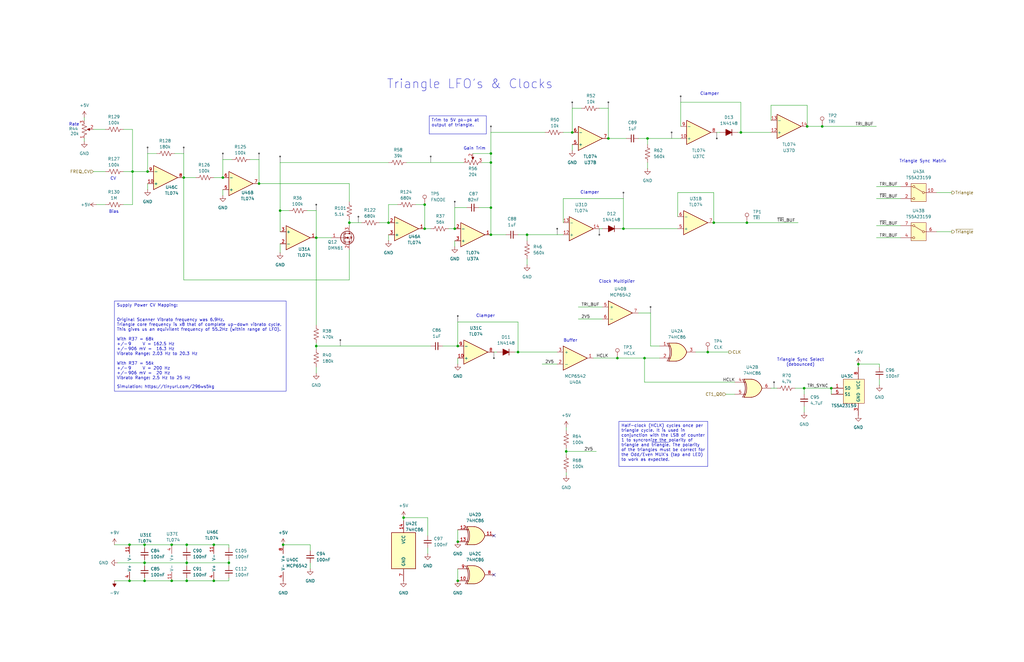
<source format=kicad_sch>
(kicad_sch (version 20250114) (generator "eeschema") (generator_version "9.0")
  (paper "USLedger")
  (title_block (title "Solid State Scanner Vibrato") (date "2024-10-27") (company "Osprey Instruments"))
  (text "Triangle LFO's & Clocks" (at 198.12 35.56 0) (effects (font (size 3.81 3.81))))
  (text "Clamper" (at 248.666 81.28 0) (effects (font (size 1.27 1.27))))
  (text "Triangle Sync Select\n(debounced)" (at 337.566 152.908 0) (effects (font (size 1.27 1.27))))
  (text "Clamper" (at 299.212 39.624 0) (effects (font (size 1.27 1.27))))
  (text "Triangle Sync Matrix" (at 389.128 68.072 0) (effects (font (size 1.27 1.27))))
  (text "Buffer" (at 240.538 143.764 0) (effects (font (size 1.27 1.27))))
  (text "Bias" (at 48.006 89.408 0) (effects (font (size 1.27 1.27))))
  (text "Gain Trim\n" (at 200.152 62.738 0) (effects (font (size 1.27 1.27))))
  (text "Clamper" (at 204.724 133.35 0) (effects (font (size 1.27 1.27))))
  (text "Clock Multiplier" (at 260.096 118.872 0) (effects (font (size 1.27 1.27))))
  (text "Simulation: https://tinyurl.com/296ws5kg" (at 69.85 163.322 0) (effects (font (size 1.27 1.27))))
  (text "Rate" (at 31.242 52.578 0) (effects (font (size 1.27 1.27))))
  (text "CV" (at 47.752 75.438 0) (effects (font (size 1.27 1.27))))
  (text_box "Half-clock (HCLK) cycles once per triangle cycle. It is used in conjunction with the LSB of counter 1 to syncronize the polarity of triangle and ~{triangle}. The polarity of the triangles must be correct for the Odd/Even MUX's (tap and LED) to work as expected." (at 260.985 177.8 0) (size 37.465 19.05) (margins 0.9525 0.9525 0.9525 0.9525) (effects (font (size 1.27 1.27)) (justify left top)))
  (text_box "Trim to 5V pk-pk at output of triangle." (at 180.975 48.895 0) (size 24.13 7.62) (margins 0.9525 0.9525 0.9525 0.9525) (effects (font (size 1.27 1.27)) (justify left top)))
  (text_box "Supply Power CV Mapping:\n\n\nOriginal Scanner Vibrato frequency was 6.9Hz.\nTriangle core frequency is x8 that of complete up-down vibrato cycle.\nThis gives us an equivilent frequency of 55.2Hz (within range of LFO).\n\nWith R37 = 68k\n+/-	9	 V = 162.5 Hz\n+/-	906 mV =  16.3 Hz\nVibrato Range: 2.03 Hz to 20.3 Hz\n\nWith R37 = 56k\n+/-	9	 V = 200 Hz\n+/-	906 mV =  20 Hz\nVibrato Range: 2.5 Hz to 25 Hz" (at 48.26 127 0) (size 72.39 38.1) (margins 0.9525 0.9525 0.9525 0.9525) (effects (font (size 1.27 1.27)) (justify left top)))
  (junction (at 96.52 237.49))
  (junction (at 72.39 245.11))
  (junction (at 119.38 229.87))
  (junction (at 207.01 99.06))
  (junction (at 90.17 245.11))
  (junction (at 340.36 53.34))
  (junction (at 179.07 86.36))
  (junction (at 300.99 93.98))
  (junction (at 147.32 93.98))
  (junction (at 218.44 148.59))
  (junction (at 241.3 55.88))
  (junction (at 238.76 190.5))
  (junction (at 339.09 163.83))
  (junction (at 72.39 229.87))
  (junction (at 207.01 68.58))
  (junction (at 361.95 153.67))
  (junction (at 207.01 64.77))
  (junction (at 273.05 58.42))
  (junction (at 62.23 72.39))
  (junction (at 133.35 100.33))
  (junction (at 260.35 151.13))
  (junction (at 350.52 163.83))
  (junction (at 262.89 96.52))
  (junction (at 222.25 99.06))
  (junction (at 93.98 74.93))
  (junction (at 90.17 229.87))
  (junction (at 78.74 229.87))
  (junction (at 55.88 72.39))
  (junction (at 109.22 77.47))
  (junction (at 193.04 245.11))
  (junction (at 312.42 55.88))
  (junction (at 60.96 229.87))
  (junction (at 78.74 245.11))
  (junction (at 271.78 151.13))
  (junction (at 179.07 96.52))
  (junction (at 191.77 96.52))
  (junction (at 170.18 218.44))
  (junction (at 207.01 87.63))
  (junction (at 193.04 228.6))
  (junction (at 298.45 148.59))
  (junction (at 314.96 93.98))
  (junction (at 133.35 146.05))
  (junction (at 54.61 245.11))
  (junction (at 60.96 245.11))
  (junction (at 77.47 74.93))
  (junction (at 256.54 58.42))
  (junction (at 163.83 93.98))
  (junction (at 118.11 88.9))
  (junction (at 346.71 53.34))
  (junction (at 54.61 229.87))
  (junction (at 193.04 146.05))
  (junction (at 78.74 237.49))
  (junction (at 60.96 237.49))
  (no_connect (at 208.28 242.57))
  (no_connect (at 208.28 226.06))
  (wire (pts (xy 262.89 83.82) (xy 262.89 96.52)))
  (wire (pts (xy 133.35 88.9) (xy 133.35 100.33)))
  (wire (pts (xy 350.52 163.83) (xy 350.52 166.37)))
  (wire (pts (xy 78.74 245.11) (xy 90.17 245.11)))
  (wire (pts (xy 325.12 163.83) (xy 327.66 163.83)))
  (wire (pts (xy 222.25 109.22) (xy 222.25 111.76)))
  (wire (pts (xy 35.56 58.42) (xy 35.56 59.69)))
  (wire (pts (xy 252.73 96.52) (xy 254 96.52)))
  (wire (pts (xy 207.01 68.58) (xy 207.01 87.63)))
  (wire (pts (xy 207.01 55.88) (xy 207.01 64.77)))
  (wire (pts (xy 340.36 44.45) (xy 340.36 53.34)))
  (wire (pts (xy 269.24 132.08) (xy 274.32 132.08)))
  (wire (pts (xy 170.18 218.44) (xy 170.18 219.71)))
  (wire (pts (xy 361.95 153.67) (xy 361.95 154.94)))
  (wire (pts (xy 39.37 54.61) (xy 44.45 54.61)))
  (wire (pts (xy 130.81 229.87) (xy 119.38 229.87)))
  (wire (pts (xy 237.49 93.98) (xy 237.49 83.82)))
  (wire (pts (xy 222.25 99.06) (xy 237.49 99.06)))
  (wire (pts (xy 175.26 86.36) (xy 179.07 86.36)))
  (wire (pts (xy 193.04 135.89) (xy 218.44 135.89)))
  (wire (pts (xy 250.19 151.13) (xy 260.35 151.13)))
  (wire (pts (xy 60.96 229.87) (xy 72.39 229.87)))
  (wire (pts (xy 269.24 58.42) (xy 273.05 58.42)))
  (wire (pts (xy 285.75 91.44) (xy 285.75 81.28)))
  (wire (pts (xy 285.75 81.28) (xy 300.99 81.28)))
  (wire (pts (xy 218.44 148.59) (xy 217.17 148.59)))
  (wire (pts (xy 167.64 86.36) (xy 163.83 86.36)))
  (wire (pts (xy 193.04 223.52) (xy 193.04 228.6)))
  (wire (pts (xy 394.97 81.28) (xy 401.32 81.28)))
  (wire (pts (xy 191.77 87.63) (xy 191.77 96.52)))
  (wire (pts (xy 109.22 67.31) (xy 105.41 67.31)))
  (wire (pts (xy 300.99 93.98) (xy 314.96 93.98)))
  (wire (pts (xy 129.54 88.9) (xy 133.35 88.9)))
  (wire (pts (xy 179.07 96.52) (xy 181.61 96.52)))
  (wire (pts (xy 207.01 87.63) (xy 207.01 99.06)))
  (wire (pts (xy 260.35 151.13) (xy 271.78 151.13)))
  (wire (pts (xy 133.35 154.94) (xy 133.35 157.48)))
  (wire (pts (xy 78.74 243.84) (xy 78.74 245.11)))
  (wire (pts (xy 325.12 50.8) (xy 325.12 44.45)))
  (wire (pts (xy 339.09 166.37) (xy 339.09 163.83)))
  (wire (pts (xy 369.57 95.25) (xy 379.73 95.25)))
  (wire (pts (xy 180.34 233.68) (xy 180.34 231.14)))
  (wire (pts (xy 207.01 99.06) (xy 213.36 99.06)))
  (wire (pts (xy 243.84 134.62) (xy 254 134.62)))
  (wire (pts (xy 271.78 151.13) (xy 278.13 151.13)))
  (wire (pts (xy 180.34 218.44) (xy 170.18 218.44)))
  (wire (pts (xy 218.44 148.59) (xy 234.95 148.59)))
  (wire (pts (xy 325.12 44.45) (xy 340.36 44.45)))
  (wire (pts (xy 78.74 237.49) (xy 78.74 238.76)))
  (wire (pts (xy 60.96 243.84) (xy 60.96 245.11)))
  (wire (pts (xy 369.57 100.33) (xy 379.73 100.33)))
  (wire (pts (xy 90.17 245.11) (xy 96.52 245.11)))
  (wire (pts (xy 52.07 86.36) (xy 55.88 86.36)))
  (wire (pts (xy 55.88 86.36) (xy 55.88 72.39)))
  (wire (pts (xy 147.32 105.41) (xy 147.32 118.11)))
  (wire (pts (xy 287.02 53.34) (xy 287.02 43.18)))
  (wire (pts (xy 163.83 86.36) (xy 163.83 93.98)))
  (wire (pts (xy 222.25 99.06) (xy 222.25 101.6)))
  (wire (pts (xy 130.81 240.03) (xy 130.81 237.49)))
  (wire (pts (xy 287.02 43.18) (xy 312.42 43.18)))
  (wire (pts (xy 238.76 199.39) (xy 238.76 200.66)))
  (wire (pts (xy 262.89 96.52) (xy 285.75 96.52)))
  (wire (pts (xy 273.05 58.42) (xy 287.02 58.42)))
  (wire (pts (xy 133.35 146.05) (xy 133.35 144.78)))
  (wire (pts (xy 54.61 229.87) (xy 60.96 229.87)))
  (wire (pts (xy 60.96 237.49) (xy 60.96 238.76)))
  (wire (pts (xy 72.39 245.11) (xy 78.74 245.11)))
  (wire (pts (xy 118.11 68.58) (xy 118.11 88.9)))
  (wire (pts (xy 193.04 146.05) (xy 193.04 135.89)))
  (wire (pts (xy 118.11 102.87) (xy 118.11 106.68)))
  (wire (pts (xy 370.84 160.02) (xy 370.84 162.56)))
  (wire (pts (xy 208.28 148.59) (xy 209.55 148.59)))
  (wire (pts (xy 96.52 231.14) (xy 96.52 229.87)))
  (wire (pts (xy 369.57 83.82) (xy 379.73 83.82)))
  (wire (pts (xy 237.49 55.88) (xy 241.3 55.88)))
  (wire (pts (xy 78.74 236.22) (xy 78.74 237.49)))
  (wire (pts (xy 218.44 135.89) (xy 218.44 148.59)))
  (wire (pts (xy 96.52 237.49) (xy 96.52 238.76)))
  (wire (pts (xy 245.11 45.72) (xy 241.3 45.72)))
  (wire (pts (xy 96.52 236.22) (xy 96.52 237.49)))
  (wire (pts (xy 60.96 229.87) (xy 60.96 231.14)))
  (wire (pts (xy 314.96 93.98) (xy 336.55 93.98)))
  (wire (pts (xy 238.76 180.34) (xy 238.76 181.61)))
  (wire (pts (xy 196.85 87.63) (xy 191.77 87.63)))
  (wire (pts (xy 48.26 245.11) (xy 54.61 245.11)))
  (wire (pts (xy 55.88 72.39) (xy 62.23 72.39)))
  (wire (pts (xy 73.66 64.77) (xy 77.47 64.77)))
  (wire (pts (xy 256.54 45.72) (xy 256.54 58.42)))
  (wire (pts (xy 147.32 93.98) (xy 147.32 95.25)))
  (wire (pts (xy 243.84 129.54) (xy 254 129.54)))
  (wire (pts (xy 171.45 68.58) (xy 195.58 68.58)))
  (wire (pts (xy 237.49 83.82) (xy 262.89 83.82)))
  (wire (pts (xy 54.61 245.11) (xy 60.96 245.11)))
  (wire (pts (xy 109.22 77.47) (xy 147.32 77.47)))
  (wire (pts (xy 207.01 64.77) (xy 207.01 68.58)))
  (wire (pts (xy 60.96 237.49) (xy 78.74 237.49)))
  (wire (pts (xy 238.76 190.5) (xy 251.46 190.5)))
  (wire (pts (xy 300.99 81.28) (xy 300.99 93.98)))
  (wire (pts (xy 96.52 243.84) (xy 96.52 245.11)))
  (wire (pts (xy 273.05 58.42) (xy 273.05 60.96)))
  (wire (pts (xy 147.32 93.98) (xy 152.4 93.98)))
  (wire (pts (xy 274.32 132.08) (xy 274.32 146.05)))
  (wire (pts (xy 130.81 232.41) (xy 130.81 229.87)))
  (wire (pts (xy 312.42 55.88) (xy 325.12 55.88)))
  (wire (pts (xy 90.17 74.93) (xy 93.98 74.93)))
  (wire (pts (xy 72.39 229.87) (xy 78.74 229.87)))
  (wire (pts (xy 186.69 146.05) (xy 193.04 146.05)))
  (wire (pts (xy 241.3 60.96) (xy 241.3 63.5)))
  (wire (pts (xy 93.98 67.31) (xy 93.98 74.93)))
  (wire (pts (xy 78.74 237.49) (xy 96.52 237.49)))
  (wire (pts (xy 133.35 146.05) (xy 133.35 147.32)))
  (wire (pts (xy 121.92 88.9) (xy 118.11 88.9)))
  (wire (pts (xy 394.97 97.79) (xy 401.32 97.79)))
  (wire (pts (xy 370.84 153.67) (xy 370.84 154.94)))
  (wire (pts (xy 241.3 45.72) (xy 241.3 55.88)))
  (wire (pts (xy 302.26 55.88) (xy 303.53 55.88)))
  (wire (pts (xy 35.56 49.53) (xy 35.56 50.8)))
  (wire (pts (xy 179.07 86.36) (xy 179.07 96.52)))
  (wire (pts (xy 163.83 99.06) (xy 163.83 101.6)))
  (wire (pts (xy 218.44 99.06) (xy 222.25 99.06)))
  (wire (pts (xy 271.78 161.29) (xy 271.78 151.13)))
  (wire (pts (xy 77.47 64.77) (xy 77.47 74.93)))
  (wire (pts (xy 274.32 146.05) (xy 278.13 146.05)))
  (wire (pts (xy 60.96 236.22) (xy 60.96 237.49)))
  (wire (pts (xy 238.76 189.23) (xy 238.76 190.5)))
  (wire (pts (xy 229.87 55.88) (xy 207.01 55.88)))
  (wire (pts (xy 256.54 58.42) (xy 264.16 58.42)))
  (wire (pts (xy 39.37 72.39) (xy 44.45 72.39)))
  (wire (pts (xy 52.07 54.61) (xy 55.88 54.61)))
  (wire (pts (xy 160.02 93.98) (xy 163.83 93.98)))
  (wire (pts (xy 62.23 77.47) (xy 62.23 80.01)))
  (wire (pts (xy 189.23 96.52) (xy 191.77 96.52)))
  (wire (pts (xy 339.09 163.83) (xy 335.28 163.83)))
  (wire (pts (xy 139.7 100.33) (xy 133.35 100.33)))
  (wire (pts (xy 312.42 43.18) (xy 312.42 55.88)))
  (wire (pts (xy 193.04 240.03) (xy 193.04 245.11)))
  (wire (pts (xy 147.32 77.47) (xy 147.32 85.09)))
  (wire (pts (xy 201.93 87.63) (xy 207.01 87.63)))
  (wire (pts (xy 90.17 229.87) (xy 96.52 229.87)))
  (wire (pts (xy 118.11 88.9) (xy 118.11 97.79)))
  (wire (pts (xy 298.45 148.59) (xy 307.34 148.59)))
  (wire (pts (xy 346.71 53.34) (xy 369.57 53.34)))
  (wire (pts (xy 118.11 68.58) (xy 163.83 68.58)))
  (wire (pts (xy 369.57 78.74) (xy 379.73 78.74)))
  (wire (pts (xy 109.22 77.47) (xy 109.22 67.31)))
  (wire (pts (xy 238.76 190.5) (xy 238.76 191.77)))
  (wire (pts (xy 78.74 229.87) (xy 78.74 231.14)))
  (wire (pts (xy 271.78 161.29) (xy 309.88 161.29)))
  (wire (pts (xy 252.73 45.72) (xy 256.54 45.72)))
  (wire (pts (xy 49.53 237.49) (xy 60.96 237.49)))
  (wire (pts (xy 312.42 55.88) (xy 311.15 55.88)))
  (wire (pts (xy 339.09 163.83) (xy 350.52 163.83)))
  (wire (pts (xy 55.88 54.61) (xy 55.88 72.39)))
  (wire (pts (xy 52.07 72.39) (xy 55.88 72.39)))
  (wire (pts (xy 93.98 80.01) (xy 93.98 82.55)))
  (wire (pts (xy 66.04 64.77) (xy 62.23 64.77)))
  (wire (pts (xy 339.09 171.45) (xy 339.09 173.99)))
  (wire (pts (xy 40.64 86.36) (xy 44.45 86.36)))
  (wire (pts (xy 77.47 74.93) (xy 82.55 74.93)))
  (wire (pts (xy 199.39 64.77) (xy 207.01 64.77)))
  (wire (pts (xy 147.32 118.11) (xy 77.47 118.11)))
  (wire (pts (xy 78.74 229.87) (xy 90.17 229.87)))
  (wire (pts (xy 180.34 218.44) (xy 180.34 226.06)))
  (wire (pts (xy 97.79 67.31) (xy 93.98 67.31)))
  (wire (pts (xy 340.36 53.34) (xy 346.71 53.34)))
  (wire (pts (xy 48.26 229.87) (xy 54.61 229.87)))
  (wire (pts (xy 306.07 166.37) (xy 309.88 166.37)))
  (wire (pts (xy 133.35 100.33) (xy 133.35 137.16)))
  (wire (pts (xy 60.96 245.11) (xy 72.39 245.11)))
  (wire (pts (xy 62.23 64.77) (xy 62.23 72.39)))
  (wire (pts (xy 293.37 148.59) (xy 298.45 148.59)))
  (wire (pts (xy 191.77 101.6) (xy 191.77 104.14)))
  (wire (pts (xy 228.6 153.67) (xy 234.95 153.67)))
  (wire (pts (xy 193.04 151.13) (xy 193.04 153.67)))
  (wire (pts (xy 262.89 96.52) (xy 261.62 96.52)))
  (wire (pts (xy 203.2 68.58) (xy 207.01 68.58)))
  (wire (pts (xy 133.35 146.05) (xy 181.61 146.05)))
  (wire (pts (xy 147.32 92.71) (xy 147.32 93.98)))
  (wire (pts (xy 77.47 118.11) (xy 77.47 74.93)))
  (wire (pts (xy 273.05 68.58) (xy 273.05 71.12)))
  (wire (pts (xy 370.84 153.67) (xy 361.95 153.67)))
  (label "~{TRI}_BUF" (at 327.66 93.98 0))
  (label "TRI_BUF" (at 370.84 100.33 0))
  (label "TRI_BUF" (at 245.11 129.54 0))
  (label "~{TRI}_BUF" (at 370.84 95.25 0))
  (label "2V5" (at 246.38 190.5 0))
  (label "HCLK" (at 304.8 161.29 0))
  (label "2V5" (at 229.87 153.67 0))
  (label "TRI_BUF" (at 360.68 53.34 0))
  (label "~{TRI}_BUF" (at 370.84 83.82 0))
  (label "2V5" (at 245.11 134.62 0))
  (label "TRI_BUF" (at 370.84 78.74 0))
  (label "TRI_SYNC" (at 340.36 163.83 0))
  (label "HCLK" (at 251.46 151.13 0))
  (hierarchical_label "~{Triangle}" (shape output) (at 401.32 97.79 0))
  (hierarchical_label "CLK" (shape output) (at 307.34 148.59 0))
  (hierarchical_label "FREQ_CV" (shape input) (at 39.37 72.39 180))
  (hierarchical_label "Triangle" (shape output) (at 401.32 81.28 0))
  (hierarchical_label "CT1_Q0" (shape input) (at 306.07 166.37 180))
  (netclass_flag "" (length 2.54) (shape dot) (at 181.61 68.58 0) (property "Netclass" "SIG" (effects (hide yes))))
  (netclass_flag "" (length 2.54) (shape dot) (at 77.47 64.77 0) (property "Netclass" "SIG" (effects (hide yes))))
  (netclass_flag "" (length 2.54) (shape dot) (at 208.28 148.59 180))
  (netclass_flag "" (length 2.54) (shape dot) (at 262.89 83.82 0) (property "Netclass" "SIG" (effects (hide yes))))
  (netclass_flag "" (length 2.54) (shape dot) (at 133.35 88.9 0) (property "Netclass" "SIG" (effects (hide yes))))
  (netclass_flag "" (length 2.54) (shape dot) (at 326.39 163.83 0) (property "Netclass" "SIG" (effects (hide yes))))
  (netclass_flag "" (length 2.54) (shape dot) (at 274.32 132.08 0) (property "Netclass" "SIG" (effects (hide yes))))
  (netclass_flag "" (length 2.54) (shape dot) (at 151.13 93.98 0) (property "Netclass" "SIG" (effects (hide yes))))
  (netclass_flag "" (length 2.54) (shape dot) (at 93.98 67.31 0) (property "Netclass" "SIG" (effects (hide yes))))
  (netclass_flag "" (length 2.54) (shape dot) (at 109.22 67.31 0) (property "Netclass" "SIG" (effects (hide yes))))
  (netclass_flag "" (length 2.54) (shape dot) (at 143.51 146.05 0) (property "Netclass" "SIG" (effects (hide yes))))
  (netclass_flag "" (length 2.54) (shape dot) (at 62.23 64.77 0) (property "Netclass" "SIG" (effects (hide yes))))
  (netclass_flag "" (length 2.54) (shape dot) (at 118.11 68.58 0) (property "Netclass" "SIG" (effects (hide yes))))
  (netclass_flag "" (length 2.54) (shape dot) (at 207.01 55.88 0) (property "Netclass" "SIG" (effects (hide yes))))
  (netclass_flag "" (length 2.54) (shape dot) (at 191.77 87.63 0) (property "Netclass" "SIG" (effects (hide yes))))
  (netclass_flag "" (length 2.54) (shape dot) (at 287.02 43.18 0) (property "Netclass" "SIG" (effects (hide yes))))
  (netclass_flag "" (length 2.54) (shape dot) (at 283.21 58.42 0) (property "Netclass" "SIG" (effects (hide yes))))
  (netclass_flag "" (length 2.54) (shape dot) (at 241.3 45.72 0) (property "Netclass" "SIG" (effects (hide yes))))
  (netclass_flag "" (length 2.54) (shape dot) (at 302.26 55.88 180))
  (netclass_flag "" (length 2.54) (shape dot) (at 193.04 135.89 0) (property "Netclass" "SIG" (effects (hide yes))))
  (netclass_flag "" (length 2.54) (shape dot) (at 234.95 99.06 0) (property "Netclass" "SIG" (effects (hide yes))))
  (netclass_flag "" (length 2.54) (shape dot) (at 256.54 45.72 0) (property "Netclass" "SIG" (effects (hide yes))))
  (netclass_flag "" (length 2.54) (shape dot) (at 252.73 96.52 180))
  (symbol (lib_id "power:GND") (at 49.53 237.49 270) (unit 1)
    (property "Reference" "#PWR0149" (effects (hide yes)))
    (property "Value" "GND" (at 45.72 237.4899 90) (effects (justify right)))
    (property "Description" "Power symbol creates a global label with name \"GND\" , ground" (effects (hide yes)))
  )
  (symbol (lib_id "OspreyIntruments:TS5A23159") (at 389.89 81.28 0) (mirror y) (unit 1)
    (property "Reference" "U43" (at 387.35 72.39 0))
    (property "Value" "TS5A23159" (at 387.35 74.93 0))
    (property "Footprint" "Package_SO:VSSOP-10_3x3mm_P0.5mm" (effects (hide yes)))
    (property "Datasheet" "https://www.ti.com/general/docs/suppproductinfo.tsp?distId=10&gotoUrl=https%3A%2F%2Fwww.ti.com%2Flit%2Fgpn%2Fts5a23159" (effects (hide yes)))
    (property "Description" "IC SWITCH SPDTX2 900MOHM 10VSSOP" (effects (hide yes)))
    (property "Manufacturer" "Texas Instruments" (effects (hide yes)))
    (property "Part Number" "TS5A23159DGSR" (effects (hide yes)))
  )
  (symbol (lib_id "74xx:74HC86") (at 285.75 148.59 0) (unit 1)
    (property "Reference" "U42" (at 285.4452 139.7 0))
    (property "Value" "74HC86" (at 285.4452 142.24 0))
    (property "Footprint" "Package_SO:TSSOP-14_4.4x5mm_P0.65mm" (effects (hide yes)))
    (property "Datasheet" "http://www.ti.com/lit/gpn/sn74HC86" (effects (hide yes)))
    (property "Description" "Quad 2-input XOR" (effects (hide yes)))
    (property "Manufacturer" "Texas Instruments" (effects (hide yes)))
    (property "Part Number" "SN74HC86PWR" (effects (hide yes)))
  )
  (symbol (lib_id "power:GND") (at 370.84 162.56 0) (unit 1)
    (property "Reference" "#PWR0161" (effects (hide yes)))
    (property "Value" "GND" (at 370.84 167.64 0))
    (property "Description" "Power symbol creates a global label with name \"GND\" , ground" (effects (hide yes)))
  )
  (symbol (lib_id "power:GND") (at 273.05 71.12 0) (unit 1)
    (property "Reference" "#PWR0148" (effects (hide yes)))
    (property "Value" "GND" (at 273.05 76.2 0))
    (property "Description" "Power symbol creates a global label with name \"GND\" , ground" (effects (hide yes)))
  )
  (symbol (lib_id "Device:R_US") (at 273.05 64.77 180) (unit 1)
    (property "Reference" "R62" (at 275.59 63.4999 0) (effects (justify right)))
    (property "Value" "560k" (at 275.59 66.0399 0) (effects (justify right)))
    (property "Footprint" "Resistor_SMD:R_0603_1608Metric" (effects (hide yes)))
    (property "Description" "Resistor, US symbol" (effects (hide yes)))
  )
  (symbol (lib_id "Device:R_US") (at 238.76 195.58 180) (unit 1)
    (property "Reference" "R68" (at 241.3 194.3099 0) (effects (justify right)))
    (property "Value" "100k" (at 241.3 196.8499 0) (effects (justify right)))
    (property "Footprint" "Resistor_SMD:R_0603_1608Metric" (effects (hide yes)))
    (property "Description" "Resistor, US symbol" (effects (hide yes)))
  )
  (symbol (lib_id "Device:R_US") (at 156.21 93.98 90) (unit 1)
    (property "Reference" "R122" (at 155.956 88.646 90))
    (property "Value" "680k" (at 155.956 91.186 90))
    (property "Footprint" "Resistor_SMD:R_0603_1608Metric" (effects (hide yes)))
    (property "Description" "Resistor, US symbol" (effects (hide yes)))
  )
  (symbol (lib_id "power:GND") (at 222.25 111.76 0) (unit 1)
    (property "Reference" "#PWR0126" (effects (hide yes)))
    (property "Value" "GND" (at 222.25 116.84 0))
    (property "Description" "Power symbol creates a global label with name \"GND\" , ground" (effects (hide yes)))
  )
  (symbol (lib_id "power:GND") (at 361.95 175.26 0) (unit 1)
    (property "Reference" "#PWR0159" (effects (hide yes)))
    (property "Value" "GND" (at 361.95 180.34 0))
    (property "Description" "Power symbol creates a global label with name \"GND\" , ground" (effects (hide yes)))
  )
  (symbol (lib_id "power:GND") (at 130.81 240.03 0) (unit 1)
    (property "Reference" "#PWR0155" (effects (hide yes)))
    (property "Value" "GND" (at 130.81 245.11 0))
    (property "Description" "Power symbol creates a global label with name \"GND\" , ground" (effects (hide yes)))
  )
  (symbol (lib_id "Device:C_Small") (at 60.96 233.68 0) (unit 1)
    (property "Reference" "C84" (at 63.5 232.4162 0) (effects (justify left)))
    (property "Value" "100nF" (at 63.5 234.9562 0) (effects (justify left)))
    (property "Footprint" "Capacitor_SMD:C_0603_1608Metric" (effects (hide yes)))
    (property "Description" "Unpolarized capacitor, small symbol" (effects (hide yes)))
  )
  (symbol (lib_id "Device:R_US") (at 133.35 151.13 180) (unit 1)
    (property "Reference" "R40" (at 135.89 149.8599 0) (effects (justify right)))
    (property "Value" "180k" (at 135.89 152.3999 0) (effects (justify right)))
    (property "Footprint" "Resistor_SMD:R_0603_1608Metric" (effects (hide yes)))
    (property "Description" "Resistor, US symbol" (effects (hide yes)))
  )
  (symbol (lib_id "Connector:TestPoint") (at 260.35 151.13 0) (unit 1)
    (property "Reference" "TP3" (at 262.89 146.5579 0) (effects (justify left)))
    (property "Value" "HCLK" (at 262.89 149.0979 0) (effects (justify left)))
    (property "Footprint" "Osprey:5016" (effects (hide yes)))
    (property "Datasheet" "https://www.keyelco.com/userAssets/file/M65p55.pdf" (effects (hide yes)))
    (property "Description" "test point" (effects (hide yes)))
    (property "Manufacturer" "Keystone Electronics" (effects (hide yes)))
    (property "Part Number" "5016" (effects (hide yes)))
  )
  (symbol (lib_id "Amplifier_Operational:TL074") (at 171.45 96.52 0) (mirror x) (unit 1)
    (property "Reference" "U46" (at 174.752 99.822 0))
    (property "Value" "TL074" (at 174.752 102.362 0))
    (property "Footprint" "Package_SO:TSSOP-14_4.4x5mm_P0.65mm" (effects (hide yes)))
    (property "Datasheet" "https://www.ti.com/lit/ds/symlink/tl071h.pdf" (effects (hide yes)))
    (property "Description" "Quad Low-Noise JFET-Input Operational Amplifiers, DIP-14/SOIC-14" (effects (hide yes)))
    (property "Manufacturer" "Texas Instruments" (effects (hide yes)))
    (property "Part Number" "TL074HIPWR" (effects (hide yes)))
  )
  (symbol (lib_id "Connector:TestPoint") (at 314.96 93.98 0) (unit 1)
    (property "Reference" "TP1" (at 317.5 89.4079 0) (effects (justify left)))
    (property "Value" "~{TRI}" (at 317.5 91.9479 0) (effects (justify left)))
    (property "Footprint" "Osprey:5016" (effects (hide yes)))
    (property "Datasheet" "https://www.keyelco.com/userAssets/file/M65p55.pdf" (effects (hide yes)))
    (property "Description" "test point" (effects (hide yes)))
    (property "Manufacturer" "Keystone Electronics" (effects (hide yes)))
    (property "Part Number" "5016" (effects (hide yes)))
  )
  (symbol (lib_id "Device:C_Small") (at 78.74 233.68 0) (unit 1)
    (property "Reference" "C90" (at 81.28 232.4162 0) (effects (justify left)))
    (property "Value" "100nF" (at 81.28 234.9562 0) (effects (justify left)))
    (property "Footprint" "Capacitor_SMD:C_0603_1608Metric" (effects (hide yes)))
    (property "Description" "Unpolarized capacitor, small symbol" (effects (hide yes)))
  )
  (symbol (lib_id "Amplifier_Operational:TL074") (at 69.85 74.93 0) (mirror x) (unit 3)
    (property "Reference" "U46" (at 72.39 78.994 0))
    (property "Value" "TL074" (at 72.39 81.534 0))
    (property "Footprint" "Package_SO:TSSOP-14_4.4x5mm_P0.65mm" (effects (hide yes)))
    (property "Datasheet" "https://www.ti.com/lit/ds/symlink/tl071h.pdf" (effects (hide yes)))
    (property "Description" "Quad Low-Noise JFET-Input Operational Amplifiers, DIP-14/SOIC-14" (effects (hide yes)))
    (property "Manufacturer" "Texas Instruments" (effects (hide yes)))
    (property "Part Number" "TL074HIPWR" (effects (hide yes)))
  )
  (symbol (lib_id "Amplifier_Operational:TL074") (at 125.73 100.33 0) (unit 1)
    (property "Reference" "U31" (at 128.27 105.156 0))
    (property "Value" "TL074" (at 128.27 107.696 0))
    (property "Footprint" "Package_SO:TSSOP-14_4.4x5mm_P0.65mm" (effects (hide yes)))
    (property "Datasheet" "https://www.ti.com/lit/ds/symlink/tl071h.pdf" (effects (hide yes)))
    (property "Description" "Quad Low-Noise JFET-Input Operational Amplifiers, DIP-14/SOIC-14" (effects (hide yes)))
    (property "Manufacturer" "Texas Instruments" (effects (hide yes)))
    (property "Part Number" "TL074HIPWR" (effects (hide yes)))
  )
  (symbol (lib_id "Device:R_US") (at 86.36 74.93 90) (unit 1)
    (property "Reference" "R126" (at 86.106 69.596 90))
    (property "Value" "100k" (at 86.106 72.136 90))
    (property "Footprint" "Resistor_SMD:R_0603_1608Metric" (effects (hide yes)))
    (property "Description" "Resistor, US symbol" (effects (hide yes)))
  )
  (symbol (lib_id "Device:C_Small") (at 96.52 241.3 0) (unit 1)
    (property "Reference" "C112" (at 99.06 240.0362 0) (effects (justify left)))
    (property "Value" "100nF" (at 99.06 242.5762 0) (effects (justify left)))
    (property "Footprint" "Capacitor_SMD:C_0603_1608Metric" (effects (hide yes)))
    (property "Description" "Unpolarized capacitor, small symbol" (effects (hide yes)))
  )
  (symbol (lib_id "Device:R_US") (at 167.64 68.58 90) (unit 1)
    (property "Reference" "R58" (at 167.894 63.246 90))
    (property "Value" "39k" (at 167.894 65.786 90))
    (property "Footprint" "Resistor_SMD:R_0603_1608Metric" (effects (hide yes)))
    (property "Description" "Resistor, US symbol" (effects (hide yes)))
  )
  (symbol (lib_id "Connector:TestPoint") (at 179.07 86.36 0) (unit 1)
    (property "Reference" "TP5" (at 181.61 81.7879 0) (effects (justify left)))
    (property "Value" "FNODE" (at 181.61 84.3279 0) (effects (justify left)))
    (property "Footprint" "Osprey:5016" (effects (hide yes)))
    (property "Datasheet" "https://www.keyelco.com/userAssets/file/M65p55.pdf" (effects (hide yes)))
    (property "Description" "test point" (effects (hide yes)))
    (property "Manufacturer" "Keystone Electronics" (effects (hide yes)))
    (property "Part Number" "5016" (effects (hide yes)))
  )
  (symbol (lib_id "Connector:TestPoint") (at 346.71 53.34 0) (unit 1)
    (property "Reference" "TP2" (at 349.25 48.7679 0) (effects (justify left)))
    (property "Value" "TRI" (at 349.25 51.3079 0) (effects (justify left)))
    (property "Footprint" "Osprey:5016" (effects (hide yes)))
    (property "Datasheet" "https://www.keyelco.com/userAssets/file/M65p55.pdf" (effects (hide yes)))
    (property "Description" "test point" (effects (hide yes)))
    (property "Manufacturer" "Keystone Electronics" (effects (hide yes)))
    (property "Part Number" "5016" (effects (hide yes)))
  )
  (symbol (lib_id "Amplifier_Operational:TL074") (at 57.15 237.49 0) (mirror x) (unit 5)
    (property "Reference" "U31" (at 64.008 225.806 0) (effects (justify right)))
    (property "Value" "TL074" (at 64.008 228.346 0) (effects (justify right)))
    (property "Footprint" "Package_SO:TSSOP-14_4.4x5mm_P0.65mm" (effects (hide yes)))
    (property "Datasheet" "https://www.ti.com/lit/ds/symlink/tl071h.pdf" (effects (hide yes)))
    (property "Description" "Quad Low-Noise JFET-Input Operational Amplifiers, DIP-14/SOIC-14" (effects (hide yes)))
    (property "Manufacturer" "Texas Instruments" (effects (hide yes)))
    (property "Part Number" "TL074HIPWR" (effects (hide yes)))
  )
  (symbol (lib_id "power:-9V") (at 48.26 245.11 180) (unit 1)
    (property "Reference" "#PWR0151" (effects (hide yes)))
    (property "Value" "-9V" (at 48.26 250.19 0))
    (property "Description" "Power symbol creates a global label with name \"-9V\"" (effects (hide yes)))
  )
  (symbol (lib_id "power:GND") (at 339.09 173.99 0) (unit 1)
    (property "Reference" "#PWR0158" (effects (hide yes)))
    (property "Value" "GND" (at 339.09 179.07 0))
    (property "Description" "Power symbol creates a global label with name \"GND\" , ground" (effects (hide yes)))
  )
  (symbol (lib_id "Device:R_Potentiometer_US") (at 199.39 68.58 90) (unit 1)
    (property "Reference" "R56" (at 199.39 71.12 90))
    (property "Value" "20k" (at 199.39 73.66 90))
    (property "Footprint" "Osprey:Potentiometer_Bourns_TC33X_Vertical_Fixed3D" (effects (hide yes)))
    (property "Datasheet" "https://www.bourns.com/docs/Product-Datasheets/TC33.pdf" (effects (hide yes)))
    (property "Description" "TRIMMER 20K OHM 0.15W J LEAD TOP" (effects (hide yes)))
    (property "Manufacturer" "Bourns Inc." (effects (hide yes)))
    (property "Part Number" "TC33X-2-203E" (effects (hide yes)))
  )
  (symbol (lib_id "power:GND") (at 193.04 153.67 0) (unit 1)
    (property "Reference" "#PWR0124" (effects (hide yes)))
    (property "Value" "GND" (at 193.04 158.75 0))
    (property "Description" "Power symbol creates a global label with name \"GND\" , ground" (effects (hide yes)))
  )
  (symbol (lib_id "Device:C_Small") (at 60.96 241.3 0) (unit 1)
    (property "Reference" "C85" (at 63.5 240.0362 0) (effects (justify left)))
    (property "Value" "100nF" (at 63.5 242.5762 0) (effects (justify left)))
    (property "Footprint" "Capacitor_SMD:C_0603_1608Metric" (effects (hide yes)))
    (property "Description" "Unpolarized capacitor, small symbol" (effects (hide yes)))
  )
  (symbol (lib_id "Device:R_US") (at 147.32 88.9 180) (unit 1)
    (property "Reference" "R101" (at 140.97 87.884 0) (effects (justify right)))
    (property "Value" "5.1k" (at 140.97 90.424 0) (effects (justify right)))
    (property "Footprint" "Resistor_SMD:R_0603_1608Metric" (effects (hide yes)))
    (property "Description" "Resistor, US symbol" (effects (hide yes)))
  )
  (symbol (lib_id "power:GND") (at 193.04 228.6 0) (unit 1)
    (property "Reference" "#PWR0166" (effects (hide yes)))
    (property "Value" "GND" (at 193.04 233.68 0))
    (property "Description" "Power symbol creates a global label with name \"GND\" , ground" (effects (hide yes)))
  )
  (symbol (lib_id "power:GND") (at 191.77 104.14 0) (unit 1)
    (property "Reference" "#PWR0125" (effects (hide yes)))
    (property "Value" "GND" (at 191.77 109.22 0))
    (property "Description" "Power symbol creates a global label with name \"GND\" , ground" (effects (hide yes)))
  )
  (symbol (lib_id "Device:C_Small") (at 96.52 233.68 0) (unit 1)
    (property "Reference" "C105" (at 99.06 232.4162 0) (effects (justify left)))
    (property "Value" "100nF" (at 99.06 234.9562 0) (effects (justify left)))
    (property "Footprint" "Capacitor_SMD:C_0603_1608Metric" (effects (hide yes)))
    (property "Description" "Unpolarized capacitor, small symbol" (effects (hide yes)))
  )
  (symbol (lib_id "power:GND") (at 193.04 245.11 0) (unit 1)
    (property "Reference" "#PWR0165" (effects (hide yes)))
    (property "Value" "GND" (at 193.04 250.19 0))
    (property "Description" "Power symbol creates a global label with name \"GND\" , ground" (effects (hide yes)))
  )
  (symbol (lib_id "Device:R_US") (at 171.45 86.36 90) (unit 1)
    (property "Reference" "R124" (at 171.196 81.026 90))
    (property "Value" "680k" (at 171.196 83.566 90))
    (property "Footprint" "Resistor_SMD:R_0603_1608Metric" (effects (hide yes)))
    (property "Description" "Resistor, US symbol" (effects (hide yes)))
  )
  (symbol (lib_id "Device:R_US") (at 185.42 96.52 90) (unit 1)
    (property "Reference" "R37" (at 185.674 91.186 90))
    (property "Value" "56k" (at 185.674 93.726 90))
    (property "Footprint" "Resistor_SMD:R_0603_1608Metric" (effects (hide yes)))
    (property "Description" "Resistor, US symbol" (effects (hide yes)))
  )
  (symbol (lib_id "Amplifier_Operational:TL074") (at 92.71 237.49 0) (mirror x) (unit 5)
    (property "Reference" "U46" (at 92.202 224.536 0) (effects (justify right)))
    (property "Value" "TL074" (at 92.202 227.076 0) (effects (justify right)))
    (property "Footprint" "Package_SO:TSSOP-14_4.4x5mm_P0.65mm" (effects (hide yes)))
    (property "Datasheet" "https://www.ti.com/lit/ds/symlink/tl071h.pdf" (effects (hide yes)))
    (property "Description" "Quad Low-Noise JFET-Input Operational Amplifiers, DIP-14/SOIC-14" (effects (hide yes)))
    (property "Manufacturer" "Texas Instruments" (effects (hide yes)))
    (property "Part Number" "TL074HIPWR" (effects (hide yes)))
  )
  (symbol (lib_id "power:+5V") (at 119.38 229.87 0) (unit 1)
    (property "Reference" "#PWR0153" (effects (hide yes)))
    (property "Value" "+5V" (at 119.38 224.79 0))
    (property "Description" "Power symbol creates a global label with name \"+5V\"" (effects (hide yes)))
  )
  (symbol (lib_id "Device:R_US") (at 69.85 64.77 90) (unit 1)
    (property "Reference" "R128" (at 69.596 59.436 90))
    (property "Value" "180k" (at 69.596 61.976 90))
    (property "Footprint" "Resistor_SMD:R_0603_1608Metric" (effects (hide yes)))
    (property "Description" "Resistor, US symbol" (effects (hide yes)))
  )
  (symbol (lib_id "power:+5V") (at 40.64 86.36 90) (unit 1)
    (property "Reference" "#PWR0196" (effects (hide yes)))
    (property "Value" "+5V" (at 38.1 86.3599 90) (effects (justify left)))
    (property "Description" "Power symbol creates a global label with name \"+5V\"" (effects (hide yes)))
  )
  (symbol (lib_id "Amplifier_Operational:TL074") (at 245.11 96.52 0) (mirror x) (unit 4)
    (property "Reference" "U31" (at 245.11 86.36 0))
    (property "Value" "TL074" (at 245.11 88.9 0))
    (property "Footprint" "Package_SO:TSSOP-14_4.4x5mm_P0.65mm" (effects (hide yes)))
    (property "Datasheet" "https://www.ti.com/lit/ds/symlink/tl071h.pdf" (effects (hide yes)))
    (property "Description" "Quad Low-Noise JFET-Input Operational Amplifiers, DIP-14/SOIC-14" (effects (hide yes)))
    (property "Manufacturer" "Texas Instruments" (effects (hide yes)))
    (property "Part Number" "TL074HIPWR" (effects (hide yes)))
  )
  (symbol (lib_id "Device:D_Filled") (at 257.81 96.52 180) (unit 1)
    (property "Reference" "D12" (at 257.81 90.17 0))
    (property "Value" "1N4148" (at 257.81 92.71 0))
    (property "Footprint" "Diode_SMD:D_SOD-523" (effects (hide yes)))
    (property "Description" "Diode, filled shape" (effects (hide yes)))
    (property "Sim.Device" "D" (effects (hide yes)))
    (property "Sim.Pins" "1=K 2=A" (effects (hide yes)))
    (property "Manufacturer" "onsemi" (effects (hide yes)))
    (property "Part Number" "1N4148WT" (effects (hide yes)))
  )
  (symbol (lib_id "Device:C_Small") (at 370.84 157.48 0) (unit 1)
    (property "Reference" "C96" (at 373.38 156.2162 0) (effects (justify left)))
    (property "Value" "100nF" (at 373.38 158.7562 0) (effects (justify left)))
    (property "Footprint" "Capacitor_SMD:C_0603_1608Metric" (effects (hide yes)))
    (property "Description" "Unpolarized capacitor, small symbol" (effects (hide yes)))
  )
  (symbol (lib_id "power:GND") (at 170.18 245.11 0) (unit 1)
    (property "Reference" "#PWR0162" (effects (hide yes)))
    (property "Value" "GND" (at 170.18 250.19 0))
    (property "Description" "Power symbol creates a global label with name \"GND\" , ground" (effects (hide yes)))
  )
  (symbol (lib_id "Device:C_Small") (at 266.7 58.42 90) (unit 1)
    (property "Reference" "C89" (at 266.7063 51.724 90))
    (property "Value" "1uF" (at 266.7063 54.264 90))
    (property "Footprint" "Capacitor_SMD:C_0805_2012Metric" (effects (hide yes)))
    (property "Description" "Unpolarized capacitor, small symbol" (effects (hide yes)))
  )
  (symbol (lib_id "power:GND") (at 35.56 59.69 0) (unit 1)
    (property "Reference" "#PWR0178" (effects (hide yes)))
    (property "Value" "GND" (at 35.56 64.77 0))
    (property "Description" "Power symbol creates a global label with name \"GND\" , ground" (effects (hide yes)))
  )
  (symbol (lib_id "Device:C_Small") (at 130.81 234.95 0) (unit 1)
    (property "Reference" "C94" (at 133.35 233.6862 0) (effects (justify left)))
    (property "Value" "100nF" (at 133.35 236.2262 0) (effects (justify left)))
    (property "Footprint" "Capacitor_SMD:C_0603_1608Metric" (effects (hide yes)))
    (property "Description" "Unpolarized capacitor, small symbol" (effects (hide yes)))
  )
  (symbol (lib_id "power:+5V") (at 361.95 153.67 0) (unit 1)
    (property "Reference" "#PWR0160" (effects (hide yes)))
    (property "Value" "+5V" (at 361.95 148.59 0))
    (property "Description" "Power symbol creates a global label with name \"+5V\"" (effects (hide yes)))
  )
  (symbol (lib_id "power:+5V") (at 170.18 218.44 0) (unit 1)
    (property "Reference" "#PWR0164" (effects (hide yes)))
    (property "Value" "+5V" (at 170.18 213.36 0))
    (property "Description" "Power symbol creates a global label with name \"+5V\"" (effects (hide yes)))
  )
  (symbol (lib_id "power:+5V") (at 238.76 180.34 0) (unit 1)
    (property "Reference" "#PWR0157" (effects (hide yes)))
    (property "Value" "+5V" (at 238.76 175.26 0))
    (property "Description" "Power symbol creates a global label with name \"+5V\"" (effects (hide yes)))
  )
  (symbol (lib_id "power:GND") (at 163.83 101.6 0) (unit 1)
    (property "Reference" "#PWR0197" (effects (hide yes)))
    (property "Value" "GND" (at 163.83 106.68 0))
    (property "Description" "Power symbol creates a global label with name \"GND\" , ground" (effects (hide yes)))
  )
  (symbol (lib_id "74xx:74HC86") (at 317.5 163.83 0) (unit 2)
    (property "Reference" "U42" (at 317.1952 154.94 0))
    (property "Value" "74HC86" (at 317.1952 157.48 0))
    (property "Footprint" "Package_SO:TSSOP-14_4.4x5mm_P0.65mm" (effects (hide yes)))
    (property "Datasheet" "http://www.ti.com/lit/gpn/sn74HC86" (effects (hide yes)))
    (property "Description" "Quad 2-input XOR" (effects (hide yes)))
    (property "Manufacturer" "Texas Instruments" (effects (hide yes)))
    (property "Part Number" "SN74HC86PWR" (effects (hide yes)))
  )
  (symbol (lib_id "OspreyIntruments:TS5A23159") (at 354.33 163.83 0) (unit 3)
    (property "Reference" "U43" (at 354.584 158.75 0) (effects (justify left)))
    (property "Value" "TS5A23159" (at 350.52 171.196 0) (effects (justify left)))
    (property "Footprint" "Package_SO:VSSOP-10_3x3mm_P0.5mm" (effects (hide yes)))
    (property "Datasheet" "https://www.ti.com/general/docs/suppproductinfo.tsp?distId=10&gotoUrl=https%3A%2F%2Fwww.ti.com%2Flit%2Fgpn%2Fts5a23159" (effects (hide yes)))
    (property "Description" "IC SWITCH SPDTX2 900MOHM 10VSSOP" (effects (hide yes)))
    (property "Manufacturer" "Texas Instruments" (effects (hide yes)))
    (property "Part Number" "TS5A23159DGSR" (effects (hide yes)))
  )
  (symbol (lib_id "Device:C_Small") (at 180.34 228.6 0) (unit 1)
    (property "Reference" "C97" (at 182.88 227.3362 0) (effects (justify left)))
    (property "Value" "100nF" (at 182.88 229.8762 0) (effects (justify left)))
    (property "Footprint" "Capacitor_SMD:C_0603_1608Metric" (effects (hide yes)))
    (property "Description" "Unpolarized capacitor, small symbol" (effects (hide yes)))
  )
  (symbol (lib_id "power:GND") (at 118.11 106.68 0) (unit 1)
    (property "Reference" "#PWR0152" (effects (hide yes)))
    (property "Value" "GND" (at 118.11 111.76 0))
    (property "Description" "Power symbol creates a global label with name \"GND\" , ground" (effects (hide yes)))
  )
  (symbol (lib_id "Transistor_FET:DMN61D8LQ") (at 144.78 100.33 0) (unit 1)
    (property "Reference" "Q12" (at 138.176 102.108 0) (effects (justify left)))
    (property "Value" "DMN61" (at 138.176 104.648 0) (effects (justify left)))
    (property "Footprint" "Package_TO_SOT_SMD:SOT-23" (effects (hide yes)))
    (property "Datasheet" "https://www.diodes.com/assets/Datasheets/DMN61D8LQ.pdf" (effects (hide yes)))
    (property "Description" "60V Vds, 0.470A Id, N-Channel MOSFET for switching inductive loads , SOT-23" (effects (hide yes)))
    (property "Manufacturer" "Diodes Incorporated" (effects (hide yes)))
    (property "Part Number" "DMN61D9UWQ-13" (effects (hide yes)))
  )
  (symbol (lib_id "Device:C_Small") (at 199.39 87.63 90) (unit 1)
    (property "Reference" "C87" (at 199.644 81.788 90))
    (property "Value" "82nF" (at 199.644 84.328 90))
    (property "Footprint" "Capacitor_SMD:C_0805_2012Metric" (effects (hide yes)))
    (property "Description" "Unpolarized capacitor, small symbol" (effects (hide yes)))
  )
  (symbol (lib_id "Device:R_Potentiometer_US") (at 35.56 54.61 0) (mirror x) (unit 1)
    (property "Reference" "R44" (at 30.988 54.356 0))
    (property "Value" "20k" (at 31.496 56.388 0))
    (property "Footprint" "Osprey:16mm-POT-Right-Angle_LL" (effects (hide yes)))
    (property "Description" "Potentiometer, US symbol" (effects (hide yes)))
    (property "Manufacturer" "ALPHA" (effects (hide yes)))
    (property "Part Number" "RV16AF-4M-15R1-B20K-EV" (effects (hide yes)))
    (property "Distributor" "TAYDA" (effects (hide yes)))
    (property "SKU" " A-5062" (effects (hide yes)))
  )
  (symbol (lib_id "Device:D_Filled") (at 307.34 55.88 180) (unit 1)
    (property "Reference" "D13" (at 307.34 49.53 0))
    (property "Value" "1N4148" (at 307.34 52.07 0))
    (property "Footprint" "Diode_SMD:D_SOD-523" (effects (hide yes)))
    (property "Description" "Diode, filled shape" (effects (hide yes)))
    (property "Sim.Device" "D" (effects (hide yes)))
    (property "Sim.Pins" "1=K 2=A" (effects (hide yes)))
    (property "Manufacturer" "onsemi" (effects (hide yes)))
    (property "Part Number" "1N4148WT" (effects (hide yes)))
  )
  (symbol (lib_id "Device:R_US") (at 48.26 86.36 90) (unit 1)
    (property "Reference" "R130" (at 48.006 81.026 90))
    (property "Value" "1M" (at 48.006 83.566 90))
    (property "Footprint" "Resistor_SMD:R_0603_1608Metric" (effects (hide yes)))
    (property "Description" "Resistor, US symbol" (effects (hide yes)))
  )
  (symbol (lib_id "Amplifier_Operational:TL074") (at 101.6 77.47 0) (mirror x) (unit 2)
    (property "Reference" "U46" (at 104.394 81.28 0))
    (property "Value" "TL074" (at 104.394 83.82 0))
    (property "Footprint" "Package_SO:TSSOP-14_4.4x5mm_P0.65mm" (effects (hide yes)))
    (property "Datasheet" "https://www.ti.com/lit/ds/symlink/tl071h.pdf" (effects (hide yes)))
    (property "Description" "Quad Low-Noise JFET-Input Operational Amplifiers, DIP-14/SOIC-14" (effects (hide yes)))
    (property "Manufacturer" "Texas Instruments" (effects (hide yes)))
    (property "Part Number" "TL074HIPWR" (effects (hide yes)))
  )
  (symbol (lib_id "Device:R_US") (at 125.73 88.9 90) (unit 1)
    (property "Reference" "R36" (at 125.476 83.566 90))
    (property "Value" "100k" (at 125.476 86.106 90))
    (property "Footprint" "Resistor_SMD:R_0603_1608Metric" (effects (hide yes)))
    (property "Description" "Resistor, US symbol" (effects (hide yes)))
  )
  (symbol (lib_id "Amplifier_Operational:TL074") (at 199.39 99.06 0) (mirror x) (unit 1)
    (property "Reference" "U37" (at 199.39 109.22 0))
    (property "Value" "TL074" (at 199.39 106.68 0))
    (property "Footprint" "Package_SO:TSSOP-14_4.4x5mm_P0.65mm" (effects (hide yes)))
    (property "Datasheet" "https://www.ti.com/lit/ds/symlink/tl071h.pdf" (effects (hide yes)))
    (property "Description" "Quad Low-Noise JFET-Input Operational Amplifiers, DIP-14/SOIC-14" (effects (hide yes)))
    (property "Manufacturer" "Texas Instruments" (effects (hide yes)))
    (property "Part Number" "TL074HIPWR" (effects (hide yes)))
  )
  (symbol (lib_id "Device:R_US") (at 248.92 45.72 90) (unit 1)
    (property "Reference" "R52" (at 249.174 40.386 90))
    (property "Value" "10k" (at 249.174 42.926 90))
    (property "Footprint" "Resistor_SMD:R_0603_1608Metric" (effects (hide yes)))
    (property "Description" "Resistor, US symbol" (effects (hide yes)))
  )
  (symbol (lib_id "74xx:74HC86") (at 170.18 232.41 0) (unit 5)
    (property "Reference" "U42" (at 170.942 220.98 0) (effects (justify left)))
    (property "Value" "74HC86" (at 170.942 223.52 0) (effects (justify left)))
    (property "Footprint" "Package_SO:TSSOP-14_4.4x5mm_P0.65mm" (effects (hide yes)))
    (property "Datasheet" "http://www.ti.com/lit/gpn/sn74HC86" (effects (hide yes)))
    (property "Description" "Quad 2-input XOR" (effects (hide yes)))
    (property "Manufacturer" "Texas Instruments" (effects (hide yes)))
    (property "Part Number" "SN74HC86PWR" (effects (hide yes)))
  )
  (symbol (lib_id "Connector:TestPoint") (at 298.45 148.59 0) (unit 1)
    (property "Reference" "TP4" (at 300.99 144.0179 0) (effects (justify left)))
    (property "Value" "CLK" (at 300.99 146.5579 0) (effects (justify left)))
    (property "Footprint" "Osprey:5016" (effects (hide yes)))
    (property "Datasheet" "https://www.keyelco.com/userAssets/file/M65p55.pdf" (effects (hide yes)))
    (property "Description" "test point" (effects (hide yes)))
    (property "Manufacturer" "Keystone Electronics" (effects (hide yes)))
    (property "Part Number" "5016" (effects (hide yes)))
  )
  (symbol (lib_id "power:GND") (at 180.34 233.68 0) (unit 1)
    (property "Reference" "#PWR0163" (effects (hide yes)))
    (property "Value" "GND" (at 180.34 238.76 0))
    (property "Description" "Power symbol creates a global label with name \"GND\" , ground" (effects (hide yes)))
  )
  (symbol (lib_id "Device:R_US") (at 222.25 105.41 180) (unit 1)
    (property "Reference" "R46" (at 224.79 104.1399 0) (effects (justify right)))
    (property "Value" "560k" (at 224.79 106.6799 0) (effects (justify right)))
    (property "Footprint" "Resistor_SMD:R_0603_1608Metric" (effects (hide yes)))
    (property "Description" "Resistor, US symbol" (effects (hide yes)))
  )
  (symbol (lib_id "power:GND") (at 241.3 63.5 0) (unit 1)
    (property "Reference" "#PWR0147" (effects (hide yes)))
    (property "Value" "GND" (at 241.3 68.58 0))
    (property "Description" "Power symbol creates a global label with name \"GND\" , ground" (effects (hide yes)))
  )
  (symbol (lib_id "Device:C_Small") (at 184.15 146.05 90) (unit 1)
    (property "Reference" "C86" (at 184.1563 139.354 90))
    (property "Value" "1uF" (at 184.1563 141.894 90))
    (property "Footprint" "Capacitor_SMD:C_0805_2012Metric" (effects (hide yes)))
    (property "Description" "Unpolarized capacitor, small symbol" (effects (hide yes)))
  )
  (symbol (lib_id "Device:R_US") (at 233.68 55.88 90) (unit 1)
    (property "Reference" "R50" (at 233.934 50.546 90))
    (property "Value" "10k" (at 233.934 53.086 90))
    (property "Footprint" "Resistor_SMD:R_0603_1608Metric" (effects (hide yes)))
    (property "Description" "Resistor, US symbol" (effects (hide yes)))
  )
  (symbol (lib_id "Amplifier_Operational:TL074") (at 200.66 148.59 0) (mirror x) (unit 3)
    (property "Reference" "U31" (at 200.66 138.43 0))
    (property "Value" "TL074" (at 200.66 140.97 0))
    (property "Footprint" "Package_SO:TSSOP-14_4.4x5mm_P0.65mm" (effects (hide yes)))
    (property "Datasheet" "https://www.ti.com/lit/ds/symlink/tl071h.pdf" (effects (hide yes)))
    (property "Description" "Quad Low-Noise JFET-Input Operational Amplifiers, DIP-14/SOIC-14" (effects (hide yes)))
    (property "Manufacturer" "Texas Instruments" (effects (hide yes)))
    (property "Part Number" "TL074HIPWR" (effects (hide yes)))
  )
  (symbol (lib_id "power:GND") (at 238.76 200.66 0) (unit 1)
    (property "Reference" "#PWR0156" (effects (hide yes)))
    (property "Value" "GND" (at 238.76 205.74 0))
    (property "Description" "Power symbol creates a global label with name \"GND\" , ground" (effects (hide yes)))
  )
  (symbol (lib_id "power:GND") (at 62.23 80.01 0) (unit 1)
    (property "Reference" "#PWR0195" (effects (hide yes)))
    (property "Value" "GND" (at 62.23 85.09 0))
    (property "Description" "Power symbol creates a global label with name \"GND\" , ground" (effects (hide yes)))
  )
  (symbol (lib_id "Device:R_US") (at 238.76 185.42 180) (unit 1)
    (property "Reference" "R64" (at 241.3 184.1499 0) (effects (justify right)))
    (property "Value" "100k" (at 241.3 186.6899 0) (effects (justify right)))
    (property "Footprint" "Resistor_SMD:R_0603_1608Metric" (effects (hide yes)))
    (property "Description" "Resistor, US symbol" (effects (hide yes)))
  )
  (symbol (lib_id "Device:C_Small") (at 78.74 241.3 0) (unit 1)
    (property "Reference" "C91" (at 81.28 240.0362 0) (effects (justify left)))
    (property "Value" "100nF" (at 81.28 242.5762 0) (effects (justify left)))
    (property "Footprint" "Capacitor_SMD:C_0603_1608Metric" (effects (hide yes)))
    (property "Description" "Unpolarized capacitor, small symbol" (effects (hide yes)))
  )
  (symbol (lib_id "Device:R_US") (at 133.35 140.97 180) (unit 1)
    (property "Reference" "R38" (at 135.89 139.6999 0) (effects (justify right)))
    (property "Value" "470k" (at 135.89 142.2399 0) (effects (justify right)))
    (property "Footprint" "Resistor_SMD:R_0603_1608Metric" (effects (hide yes)))
    (property "Description" "Resistor, US symbol" (effects (hide yes)))
  )
  (symbol (lib_id "Amplifier_Operational:TL074") (at 293.37 93.98 0) (mirror x) (unit 2)
    (property "Reference" "U31" (at 293.37 83.82 0))
    (property "Value" "TL074" (at 293.37 86.36 0))
    (property "Footprint" "Package_SO:TSSOP-14_4.4x5mm_P0.65mm" (effects (hide yes)))
    (property "Datasheet" "https://www.ti.com/lit/ds/symlink/tl071h.pdf" (effects (hide yes)))
    (property "Description" "Quad Low-Noise JFET-Input Operational Amplifiers, DIP-14/SOIC-14" (effects (hide yes)))
    (property "Manufacturer" "Texas Instruments" (effects (hide yes)))
    (property "Part Number" "TL074HIPWR" (effects (hide yes)))
  )
  (symbol (lib_id "Device:C_Small") (at 339.09 168.91 180) (unit 1)
    (property "Reference" "C95" (at 341.63 167.6335 0) (effects (justify right)))
    (property "Value" "4.7uF" (at 341.63 170.1735 0) (effects (justify right)))
    (property "Footprint" "Capacitor_SMD:C_0805_2012Metric" (effects (hide yes)))
    (property "Description" "Unpolarized capacitor, small symbol" (effects (hide yes)))
  )
  (symbol (lib_id "power:GND") (at 119.38 245.11 0) (unit 1)
    (property "Reference" "#PWR0154" (effects (hide yes)))
    (property "Value" "GND" (at 119.38 250.19 0))
    (property "Description" "Power symbol creates a global label with name \"GND\" , ground" (effects (hide yes)))
  )
  (symbol (lib_id "Device:R_US") (at 48.26 54.61 90) (unit 1)
    (property "Reference" "R129" (at 48.006 49.276 90))
    (property "Value" "100k" (at 48.006 51.816 90))
    (property "Footprint" "Resistor_SMD:R_0603_1608Metric" (effects (hide yes)))
    (property "Description" "Resistor, US symbol" (effects (hide yes)))
  )
  (symbol (lib_id "OspreyIntruments:MCP6542") (at 256.54 132.08 0) (unit 2)
    (property "Reference" "U40" (at 261.62 121.92 0))
    (property "Value" "MCP6542" (at 261.62 124.46 0))
    (property "Footprint" "Package_SO:MSOP-8_3x3mm_P0.65mm" (effects (hide yes)))
    (property "Datasheet" "https://ww1.microchip.com/downloads/en/DeviceDoc/MCP6541%20Output%20SubMicroamp%20Comparators%2020001696K.pdf" (effects (hide yes)))
    (property "Description" "IC COMPARATOR 2 GEN PUR 8MSOP" (effects (hide yes)))
    (property "Manufacturer" "Microchip Technology" (effects (hide yes)))
    (property "Part Number" "MCP6542T-I/MS" (effects (hide yes)))
  )
  (symbol (lib_id "power:GND") (at 133.35 157.48 0) (unit 1)
    (property "Reference" "#PWR0123" (effects (hide yes)))
    (property "Value" "GND" (at 133.35 162.56 0))
    (property "Description" "Power symbol creates a global label with name \"GND\" , ground" (effects (hide yes)))
  )
  (symbol (lib_id "power:+5V") (at 35.56 49.53 0) (unit 1)
    (property "Reference" "#PWR0190" (effects (hide yes)))
    (property "Value" "+5V" (at 35.56 44.45 0))
    (property "Description" "Power symbol creates a global label with name \"+5V\"" (effects (hide yes)))
  )
  (symbol (lib_id "power:+9V") (at 48.26 229.87 0) (unit 1)
    (property "Reference" "#PWR0150" (effects (hide yes)))
    (property "Value" "+9V" (at 48.26 224.79 0))
    (property "Description" "Power symbol creates a global label with name \"+9V\"" (effects (hide yes)))
  )
  (symbol (lib_id "Device:R_US") (at 48.26 72.39 90) (unit 1)
    (property "Reference" "R127" (at 48.006 67.056 90))
    (property "Value" "100k" (at 48.006 69.596 90))
    (property "Footprint" "Resistor_SMD:R_0603_1608Metric" (effects (hide yes)))
    (property "Description" "Resistor, US symbol" (effects (hide yes)))
  )
  (symbol (lib_id "Amplifier_Operational:TL074") (at 332.74 53.34 0) (mirror x) (unit 4)
    (property "Reference" "U37" (at 332.74 63.5 0))
    (property "Value" "TL074" (at 332.74 60.96 0))
    (property "Footprint" "Package_SO:TSSOP-14_4.4x5mm_P0.65mm" (effects (hide yes)))
    (property "Datasheet" "https://www.ti.com/lit/ds/symlink/tl071h.pdf" (effects (hide yes)))
    (property "Description" "Quad Low-Noise JFET-Input Operational Amplifiers, DIP-14/SOIC-14" (effects (hide yes)))
    (property "Manufacturer" "Texas Instruments" (effects (hide yes)))
    (property "Part Number" "TL074HIPWR" (effects (hide yes)))
  )
  (symbol (lib_id "Device:D_Filled") (at 213.36 148.59 180) (unit 1)
    (property "Reference" "D11" (at 213.36 142.24 0))
    (property "Value" "1N4148" (at 213.36 144.78 0))
    (property "Footprint" "Diode_SMD:D_SOD-523" (effects (hide yes)))
    (property "Description" "Diode, filled shape" (effects (hide yes)))
    (property "Sim.Device" "D" (effects (hide yes)))
    (property "Sim.Pins" "1=K 2=A" (effects (hide yes)))
    (property "Manufacturer" "onsemi" (effects (hide yes)))
    (property "Part Number" "1N4148WT" (effects (hide yes)))
  )
  (symbol (lib_id "power:GND") (at 93.98 82.55 0) (unit 1)
    (property "Reference" "#PWR0194" (effects (hide yes)))
    (property "Value" "GND" (at 93.98 87.63 0))
    (property "Description" "Power symbol creates a global label with name \"GND\" , ground" (effects (hide yes)))
  )
  (symbol (lib_id "Device:R_US") (at 331.47 163.83 90) (unit 1)
    (property "Reference" "R70" (at 331.724 158.496 90))
    (property "Value" "4.7k" (at 331.724 161.036 90))
    (property "Footprint" "Resistor_SMD:R_0603_1608Metric" (effects (hide yes)))
    (property "Description" "Resistor, US symbol" (effects (hide yes)))
  )
  (symbol (lib_id "Device:R_US") (at 101.6 67.31 90) (unit 1)
    (property "Reference" "R125" (at 101.346 61.976 90))
    (property "Value" "100k" (at 101.346 64.516 90))
    (property "Footprint" "Resistor_SMD:R_0603_1608Metric" (effects (hide yes)))
    (property "Description" "Resistor, US symbol" (effects (hide yes)))
  )
  (symbol (lib_id "OspreyIntruments:MCP6542") (at 237.49 151.13 0) (unit 1)
    (property "Reference" "U40" (at 242.57 161.29 0))
    (property "Value" "MCP6542" (at 242.57 158.75 0))
    (property "Footprint" "Package_SO:MSOP-8_3x3mm_P0.65mm" (effects (hide yes)))
    (property "Datasheet" "https://ww1.microchip.com/downloads/en/DeviceDoc/MCP6541%20Output%20SubMicroamp%20Comparators%2020001696K.pdf" (effects (hide yes)))
    (property "Description" "IC COMPARATOR 2 GEN PUR 8MSOP" (effects (hide yes)))
    (property "Manufacturer" "Microchip Technology" (effects (hide yes)))
    (property "Part Number" "MCP6542T-I/MS" (effects (hide yes)))
  )
  (symbol (lib_id "OspreyIntruments:TS5A23159") (at 389.89 97.79 0) (mirror y) (unit 2)
    (property "Reference" "U43" (at 387.35 88.9 0))
    (property "Value" "TS5A23159" (at 387.35 91.44 0))
    (property "Footprint" "Package_SO:VSSOP-10_3x3mm_P0.5mm" (effects (hide yes)))
    (property "Datasheet" "https://www.ti.com/general/docs/suppproductinfo.tsp?distId=10&gotoUrl=https%3A%2F%2Fwww.ti.com%2Flit%2Fgpn%2Fts5a23159" (effects (hide yes)))
    (property "Description" "IC SWITCH SPDTX2 900MOHM 10VSSOP" (effects (hide yes)))
    (property "Manufacturer" "Texas Instruments" (effects (hide yes)))
    (property "Part Number" "TS5A23159DGSR" (effects (hide yes)))
  )
  (symbol (lib_id "OspreyIntruments:MCP6542") (at 119.38 237.49 0) (unit 3)
    (property "Reference" "U40" (at 120.65 236.2199 0) (effects (justify left)))
    (property "Value" "MCP6542" (at 120.65 238.7599 0) (effects (justify left)))
    (property "Footprint" "Package_SO:MSOP-8_3x3mm_P0.65mm" (effects (hide yes)))
    (property "Datasheet" "https://ww1.microchip.com/downloads/en/DeviceDoc/MCP6541%20Output%20SubMicroamp%20Comparators%2020001696K.pdf" (effects (hide yes)))
    (property "Description" "IC COMPARATOR 2 GEN PUR 8MSOP" (effects (hide yes)))
    (property "Manufacturer" "Microchip Technology" (effects (hide yes)))
    (property "Part Number" "MCP6542T-I/MS" (effects (hide yes)))
  )
  (symbol (lib_id "74xx:74HC86") (at 200.66 226.06 0) (unit 4)
    (property "Reference" "U42" (at 200.3552 217.17 0))
    (property "Value" "74HC86" (at 200.3552 219.71 0))
    (property "Footprint" "Package_SO:TSSOP-14_4.4x5mm_P0.65mm" (effects (hide yes)))
    (property "Datasheet" "http://www.ti.com/lit/gpn/sn74HC86" (effects (hide yes)))
    (property "Description" "Quad 2-input XOR" (effects (hide yes)))
    (property "Manufacturer" "Texas Instruments" (effects (hide yes)))
    (property "Part Number" "SN74HC86PWR" (effects (hide yes)))
  )
  (symbol (lib_id "Device:C_Small") (at 215.9 99.06 90) (unit 1)
    (property "Reference" "C88" (at 215.9063 92.364 90))
    (property "Value" "1uF" (at 215.9063 94.904 90))
    (property "Footprint" "Capacitor_SMD:C_0805_2012Metric" (effects (hide yes)))
    (property "Description" "Unpolarized capacitor, small symbol" (effects (hide yes)))
  )
  (symbol (lib_id "Amplifier_Operational:TL074") (at 74.93 237.49 0) (unit 5)
    (property "Reference" "U37" (at 70.104 225.298 0) (effects (justify left)))
    (property "Value" "TL074" (at 70.104 227.838 0) (effects (justify left)))
    (property "Footprint" "Package_SO:TSSOP-14_4.4x5mm_P0.65mm" (effects (hide yes)))
    (property "Datasheet" "https://www.ti.com/lit/ds/symlink/tl071h.pdf" (effects (hide yes)))
    (property "Description" "Quad Low-Noise JFET-Input Operational Amplifiers, DIP-14/SOIC-14" (effects (hide yes)))
    (property "Manufacturer" "Texas Instruments" (effects (hide yes)))
    (property "Part Number" "TL074HIPWR" (effects (hide yes)))
  )
  (symbol (lib_id "Amplifier_Operational:TL074") (at 248.92 58.42 0) (mirror x) (unit 2)
    (property "Reference" "U37" (at 248.92 68.58 0))
    (property "Value" "TL074" (at 248.92 66.04 0))
    (property "Footprint" "Package_SO:TSSOP-14_4.4x5mm_P0.65mm" (effects (hide yes)))
    (property "Datasheet" "https://www.ti.com/lit/ds/symlink/tl071h.pdf" (effects (hide yes)))
    (property "Description" "Quad Low-Noise JFET-Input Operational Amplifiers, DIP-14/SOIC-14" (effects (hide yes)))
    (property "Manufacturer" "Texas Instruments" (effects (hide yes)))
    (property "Part Number" "TL074HIPWR" (effects (hide yes)))
  )
  (symbol (lib_id "Amplifier_Operational:TL074") (at 294.64 55.88 0) (mirror x) (unit 3)
    (property "Reference" "U37" (at 294.64 66.04 0))
    (property "Value" "TL074" (at 294.64 63.5 0))
    (property "Footprint" "Package_SO:TSSOP-14_4.4x5mm_P0.65mm" (effects (hide yes)))
    (property "Datasheet" "https://www.ti.com/lit/ds/symlink/tl071h.pdf" (effects (hide yes)))
    (property "Description" "Quad Low-Noise JFET-Input Operational Amplifiers, DIP-14/SOIC-14" (effects (hide yes)))
    (property "Manufacturer" "Texas Instruments" (effects (hide yes)))
    (property "Part Number" "TL074HIPWR" (effects (hide yes)))
  )
  (symbol (lib_id "74xx:74HC86") (at 200.66 242.57 0) (unit 3)
    (property "Reference" "U42" (at 200.3552 233.68 0))
    (property "Value" "74HC86" (at 200.3552 236.22 0))
    (property "Footprint" "Package_SO:TSSOP-14_4.4x5mm_P0.65mm" (effects (hide yes)))
    (property "Datasheet" "http://www.ti.com/lit/gpn/sn74HC86" (effects (hide yes)))
    (property "Description" "Quad 2-input XOR" (effects (hide yes)))
    (property "Manufacturer" "Texas Instruments" (effects (hide yes)))
    (property "Part Number" "SN74HC86PWR" (effects (hide yes)))
  )
)
</source>
